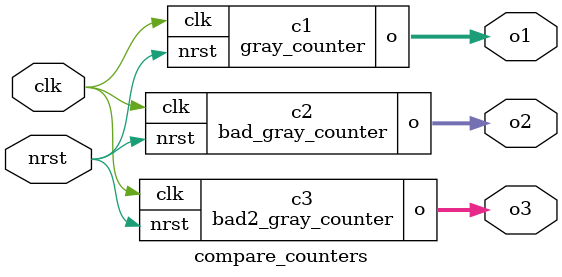
<source format=sv>
module bad_gray_counter(
output logic [3:0] o,
input clk, nrst
);
  logic [3:0] q;
  always_ff @(posedge clk or negedge nrst)
    if (!nrst) q <= 0;
    else begin
      q <= q + 4'd1;
      o <= q ^ (q >> 1);
    end
endmodule

module bad2_gray_counter(
output logic [3:0] o,
input clk, nrst
);
  logic [3:0] q;
  always_ff @(posedge clk or negedge nrst)
    if (!nrst) q = 0;
    else begin
      q = q + 4'd1;
      o = q ^ (q >> 1);
    end
endmodule 

module gray_counter(
output [3:0] o,
input clk, nrst
);
  logic [3:0] q;
  always_ff @(posedge clk or negedge nrst)
    if (!nrst) q <= 0;
    else q <= q + 4'd1;
  assign o = q ^ (q >> 1);
endmodule


module compare_counters(
output [3:0] o1, o2, o3,
input clk, nrst
);
  gray_counter c1(o1, clk, nrst);
  bad_gray_counter c2(o2, clk, nrst);
  bad2_gray_counter c3(o3, clk, nrst);
endmodule
</source>
